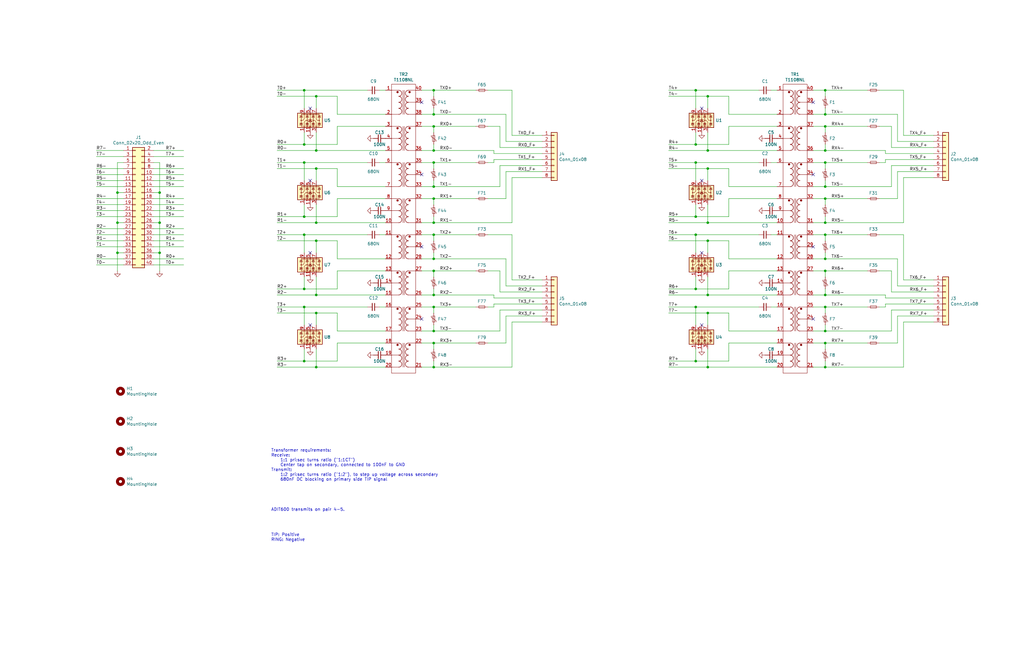
<source format=kicad_sch>
(kicad_sch (version 20210621) (generator eeschema)
  (paper "B")
  (title_block (title "Tedium X8 Phy") (date "2021-01-25") (rev "20210125") (company "ShareBrained Technology, Inc.") (comment 1 "Copyright (C) 2021 Jared Boone") (comment 2 "Licensed under CERN-OHL-P v2"))
  (junction (at 49.53 81.28) (diameter 0.9144))
  (junction (at 49.53 93.98) (diameter 0.9144))
  (junction (at 49.53 106.68) (diameter 0.9144))
  (junction (at 67.31 81.28) (diameter 0.9144))
  (junction (at 67.31 93.98) (diameter 0.9144))
  (junction (at 67.31 106.68) (diameter 0.9144))
  (junction (at 128.27 38.1) (diameter 0.9144))
  (junction (at 128.27 60.96) (diameter 0.9144))
  (junction (at 128.27 68.58) (diameter 0.9144))
  (junction (at 128.27 91.44) (diameter 0.9144))
  (junction (at 128.27 99.06) (diameter 0.9144))
  (junction (at 128.27 121.92) (diameter 0.9144))
  (junction (at 128.27 129.54) (diameter 0.9144))
  (junction (at 128.27 152.4) (diameter 0.9144))
  (junction (at 133.35 40.64) (diameter 0.9144))
  (junction (at 133.35 63.5) (diameter 0.9144))
  (junction (at 133.35 71.12) (diameter 0.9144))
  (junction (at 133.35 93.98) (diameter 0.9144))
  (junction (at 133.35 101.6) (diameter 0.9144))
  (junction (at 133.35 124.46) (diameter 0.9144))
  (junction (at 133.35 132.08) (diameter 0.9144))
  (junction (at 133.35 154.94) (diameter 0.9144))
  (junction (at 182.88 38.1) (diameter 0.9144))
  (junction (at 182.88 48.26) (diameter 0.9144))
  (junction (at 182.88 53.34) (diameter 0.9144))
  (junction (at 182.88 63.5) (diameter 0.9144))
  (junction (at 182.88 68.58) (diameter 0.9144))
  (junction (at 182.88 78.74) (diameter 0.9144))
  (junction (at 182.88 83.82) (diameter 0.9144))
  (junction (at 182.88 93.98) (diameter 0.9144))
  (junction (at 182.88 99.06) (diameter 0.9144))
  (junction (at 182.88 109.22) (diameter 0.9144))
  (junction (at 182.88 114.3) (diameter 0.9144))
  (junction (at 182.88 124.46) (diameter 0.9144))
  (junction (at 182.88 129.54) (diameter 0.9144))
  (junction (at 182.88 139.7) (diameter 0.9144))
  (junction (at 182.88 144.78) (diameter 0.9144))
  (junction (at 182.88 154.94) (diameter 0.9144))
  (junction (at 293.37 38.1) (diameter 0.9144))
  (junction (at 293.37 60.96) (diameter 0.9144))
  (junction (at 293.37 68.58) (diameter 0.9144))
  (junction (at 293.37 91.44) (diameter 0.9144))
  (junction (at 293.37 99.06) (diameter 0.9144))
  (junction (at 293.37 121.92) (diameter 0.9144))
  (junction (at 293.37 129.54) (diameter 0.9144))
  (junction (at 293.37 152.4) (diameter 0.9144))
  (junction (at 298.45 40.64) (diameter 0.9144))
  (junction (at 298.45 63.5) (diameter 0.9144))
  (junction (at 298.45 71.12) (diameter 0.9144))
  (junction (at 298.45 93.98) (diameter 0.9144))
  (junction (at 298.45 101.6) (diameter 0.9144))
  (junction (at 298.45 124.46) (diameter 0.9144))
  (junction (at 298.45 132.08) (diameter 0.9144))
  (junction (at 298.45 154.94) (diameter 0.9144))
  (junction (at 347.98 38.1) (diameter 0.9144))
  (junction (at 347.98 48.26) (diameter 0.9144))
  (junction (at 347.98 53.34) (diameter 0.9144))
  (junction (at 347.98 63.5) (diameter 0.9144))
  (junction (at 347.98 68.58) (diameter 0.9144))
  (junction (at 347.98 78.74) (diameter 0.9144))
  (junction (at 347.98 83.82) (diameter 0.9144))
  (junction (at 347.98 93.98) (diameter 0.9144))
  (junction (at 347.98 99.06) (diameter 0.9144))
  (junction (at 347.98 109.22) (diameter 0.9144))
  (junction (at 347.98 114.3) (diameter 0.9144))
  (junction (at 347.98 124.46) (diameter 0.9144))
  (junction (at 347.98 129.54) (diameter 0.9144))
  (junction (at 347.98 139.7) (diameter 0.9144))
  (junction (at 347.98 144.78) (diameter 0.9144))
  (junction (at 347.98 154.94) (diameter 0.9144))
  (no_connect (at 130.81 45.72))
  (no_connect (at 130.81 76.2))
  (no_connect (at 130.81 106.68))
  (no_connect (at 130.81 137.16))
  (no_connect (at 177.8 43.18))
  (no_connect (at 177.8 73.66))
  (no_connect (at 177.8 104.14))
  (no_connect (at 177.8 134.62))
  (no_connect (at 295.91 45.72))
  (no_connect (at 295.91 76.2))
  (no_connect (at 295.91 106.68))
  (no_connect (at 295.91 137.16))
  (no_connect (at 342.9 43.18))
  (no_connect (at 342.9 73.66))
  (no_connect (at 342.9 104.14))
  (no_connect (at 342.9 134.62))
  (wire (pts (xy 40.64 63.5) (xy 52.07 63.5)))
  (wire (pts (xy 40.64 66.04) (xy 52.07 66.04)))
  (wire (pts (xy 40.64 71.12) (xy 52.07 71.12)))
  (wire (pts (xy 40.64 73.66) (xy 52.07 73.66)))
  (wire (pts (xy 40.64 76.2) (xy 52.07 76.2)))
  (wire (pts (xy 40.64 78.74) (xy 52.07 78.74)))
  (wire (pts (xy 40.64 83.82) (xy 52.07 83.82)))
  (wire (pts (xy 40.64 86.36) (xy 52.07 86.36)))
  (wire (pts (xy 40.64 88.9) (xy 52.07 88.9)))
  (wire (pts (xy 40.64 91.44) (xy 52.07 91.44)))
  (wire (pts (xy 40.64 96.52) (xy 52.07 96.52)))
  (wire (pts (xy 40.64 99.06) (xy 52.07 99.06)))
  (wire (pts (xy 40.64 101.6) (xy 52.07 101.6)))
  (wire (pts (xy 40.64 104.14) (xy 52.07 104.14)))
  (wire (pts (xy 40.64 109.22) (xy 52.07 109.22)))
  (wire (pts (xy 40.64 111.76) (xy 52.07 111.76)))
  (wire (pts (xy 49.53 68.58) (xy 49.53 81.28)))
  (wire (pts (xy 49.53 68.58) (xy 52.07 68.58)))
  (wire (pts (xy 49.53 81.28) (xy 49.53 93.98)))
  (wire (pts (xy 49.53 81.28) (xy 52.07 81.28)))
  (wire (pts (xy 49.53 93.98) (xy 49.53 106.68)))
  (wire (pts (xy 49.53 93.98) (xy 52.07 93.98)))
  (wire (pts (xy 49.53 106.68) (xy 49.53 114.3)))
  (wire (pts (xy 49.53 106.68) (xy 52.07 106.68)))
  (wire (pts (xy 64.77 68.58) (xy 67.31 68.58)))
  (wire (pts (xy 64.77 106.68) (xy 67.31 106.68)))
  (wire (pts (xy 67.31 68.58) (xy 67.31 81.28)))
  (wire (pts (xy 67.31 81.28) (xy 64.77 81.28)))
  (wire (pts (xy 67.31 81.28) (xy 67.31 93.98)))
  (wire (pts (xy 67.31 93.98) (xy 64.77 93.98)))
  (wire (pts (xy 67.31 93.98) (xy 67.31 106.68)))
  (wire (pts (xy 67.31 106.68) (xy 67.31 114.3)))
  (wire (pts (xy 77.47 63.5) (xy 64.77 63.5)))
  (wire (pts (xy 77.47 66.04) (xy 64.77 66.04)))
  (wire (pts (xy 77.47 71.12) (xy 64.77 71.12)))
  (wire (pts (xy 77.47 73.66) (xy 64.77 73.66)))
  (wire (pts (xy 77.47 76.2) (xy 64.77 76.2)))
  (wire (pts (xy 77.47 78.74) (xy 64.77 78.74)))
  (wire (pts (xy 77.47 83.82) (xy 64.77 83.82)))
  (wire (pts (xy 77.47 86.36) (xy 64.77 86.36)))
  (wire (pts (xy 77.47 88.9) (xy 64.77 88.9)))
  (wire (pts (xy 77.47 91.44) (xy 64.77 91.44)))
  (wire (pts (xy 77.47 96.52) (xy 64.77 96.52)))
  (wire (pts (xy 77.47 99.06) (xy 64.77 99.06)))
  (wire (pts (xy 77.47 101.6) (xy 64.77 101.6)))
  (wire (pts (xy 77.47 104.14) (xy 64.77 104.14)))
  (wire (pts (xy 77.47 109.22) (xy 64.77 109.22)))
  (wire (pts (xy 77.47 111.76) (xy 64.77 111.76)))
  (wire (pts (xy 116.84 38.1) (xy 128.27 38.1)))
  (wire (pts (xy 116.84 40.64) (xy 133.35 40.64)))
  (wire (pts (xy 116.84 60.96) (xy 128.27 60.96)))
  (wire (pts (xy 116.84 63.5) (xy 133.35 63.5)))
  (wire (pts (xy 116.84 68.58) (xy 128.27 68.58)))
  (wire (pts (xy 116.84 71.12) (xy 133.35 71.12)))
  (wire (pts (xy 116.84 91.44) (xy 128.27 91.44)))
  (wire (pts (xy 116.84 93.98) (xy 133.35 93.98)))
  (wire (pts (xy 116.84 99.06) (xy 128.27 99.06)))
  (wire (pts (xy 116.84 101.6) (xy 133.35 101.6)))
  (wire (pts (xy 116.84 121.92) (xy 128.27 121.92)))
  (wire (pts (xy 116.84 124.46) (xy 133.35 124.46)))
  (wire (pts (xy 116.84 129.54) (xy 128.27 129.54)))
  (wire (pts (xy 116.84 132.08) (xy 133.35 132.08)))
  (wire (pts (xy 116.84 152.4) (xy 128.27 152.4)))
  (wire (pts (xy 116.84 154.94) (xy 133.35 154.94)))
  (wire (pts (xy 128.27 38.1) (xy 128.27 45.72)))
  (wire (pts (xy 128.27 38.1) (xy 154.94 38.1)))
  (wire (pts (xy 128.27 60.96) (xy 128.27 55.88)))
  (wire (pts (xy 128.27 60.96) (xy 142.24 60.96)))
  (wire (pts (xy 128.27 68.58) (xy 128.27 76.2)))
  (wire (pts (xy 128.27 68.58) (xy 154.94 68.58)))
  (wire (pts (xy 128.27 91.44) (xy 128.27 86.36)))
  (wire (pts (xy 128.27 91.44) (xy 142.24 91.44)))
  (wire (pts (xy 128.27 99.06) (xy 128.27 106.68)))
  (wire (pts (xy 128.27 99.06) (xy 154.94 99.06)))
  (wire (pts (xy 128.27 121.92) (xy 128.27 116.84)))
  (wire (pts (xy 128.27 121.92) (xy 142.24 121.92)))
  (wire (pts (xy 128.27 129.54) (xy 128.27 137.16)))
  (wire (pts (xy 128.27 129.54) (xy 154.94 129.54)))
  (wire (pts (xy 128.27 152.4) (xy 128.27 147.32)))
  (wire (pts (xy 128.27 152.4) (xy 142.24 152.4)))
  (wire (pts (xy 133.35 40.64) (xy 133.35 45.72)))
  (wire (pts (xy 133.35 40.64) (xy 142.24 40.64)))
  (wire (pts (xy 133.35 63.5) (xy 133.35 55.88)))
  (wire (pts (xy 133.35 63.5) (xy 162.56 63.5)))
  (wire (pts (xy 133.35 71.12) (xy 133.35 76.2)))
  (wire (pts (xy 133.35 71.12) (xy 142.24 71.12)))
  (wire (pts (xy 133.35 93.98) (xy 133.35 86.36)))
  (wire (pts (xy 133.35 93.98) (xy 162.56 93.98)))
  (wire (pts (xy 133.35 101.6) (xy 133.35 106.68)))
  (wire (pts (xy 133.35 101.6) (xy 142.24 101.6)))
  (wire (pts (xy 133.35 124.46) (xy 133.35 116.84)))
  (wire (pts (xy 133.35 124.46) (xy 162.56 124.46)))
  (wire (pts (xy 133.35 132.08) (xy 133.35 137.16)))
  (wire (pts (xy 133.35 132.08) (xy 142.24 132.08)))
  (wire (pts (xy 133.35 154.94) (xy 133.35 147.32)))
  (wire (pts (xy 133.35 154.94) (xy 162.56 154.94)))
  (wire (pts (xy 142.24 48.26) (xy 142.24 40.64)))
  (wire (pts (xy 142.24 48.26) (xy 162.56 48.26)))
  (wire (pts (xy 142.24 53.34) (xy 142.24 60.96)))
  (wire (pts (xy 142.24 53.34) (xy 162.56 53.34)))
  (wire (pts (xy 142.24 71.12) (xy 142.24 78.74)))
  (wire (pts (xy 142.24 78.74) (xy 162.56 78.74)))
  (wire (pts (xy 142.24 83.82) (xy 162.56 83.82)))
  (wire (pts (xy 142.24 91.44) (xy 142.24 83.82)))
  (wire (pts (xy 142.24 101.6) (xy 142.24 109.22)))
  (wire (pts (xy 142.24 109.22) (xy 162.56 109.22)))
  (wire (pts (xy 142.24 114.3) (xy 162.56 114.3)))
  (wire (pts (xy 142.24 121.92) (xy 142.24 114.3)))
  (wire (pts (xy 142.24 132.08) (xy 142.24 139.7)))
  (wire (pts (xy 142.24 139.7) (xy 162.56 139.7)))
  (wire (pts (xy 142.24 144.78) (xy 162.56 144.78)))
  (wire (pts (xy 142.24 152.4) (xy 142.24 144.78)))
  (wire (pts (xy 160.02 38.1) (xy 162.56 38.1)))
  (wire (pts (xy 160.02 68.58) (xy 162.56 68.58)))
  (wire (pts (xy 160.02 99.06) (xy 162.56 99.06)))
  (wire (pts (xy 160.02 129.54) (xy 162.56 129.54)))
  (wire (pts (xy 177.8 38.1) (xy 182.88 38.1)))
  (wire (pts (xy 177.8 48.26) (xy 182.88 48.26)))
  (wire (pts (xy 177.8 53.34) (xy 182.88 53.34)))
  (wire (pts (xy 177.8 63.5) (xy 182.88 63.5)))
  (wire (pts (xy 177.8 68.58) (xy 182.88 68.58)))
  (wire (pts (xy 177.8 78.74) (xy 182.88 78.74)))
  (wire (pts (xy 177.8 83.82) (xy 182.88 83.82)))
  (wire (pts (xy 177.8 93.98) (xy 182.88 93.98)))
  (wire (pts (xy 177.8 99.06) (xy 182.88 99.06)))
  (wire (pts (xy 177.8 114.3) (xy 182.88 114.3)))
  (wire (pts (xy 177.8 129.54) (xy 182.88 129.54)))
  (wire (pts (xy 177.8 144.78) (xy 182.88 144.78)))
  (wire (pts (xy 182.88 38.1) (xy 182.88 40.64)))
  (wire (pts (xy 182.88 38.1) (xy 200.66 38.1)))
  (wire (pts (xy 182.88 45.72) (xy 182.88 48.26)))
  (wire (pts (xy 182.88 48.26) (xy 213.36 48.26)))
  (wire (pts (xy 182.88 53.34) (xy 182.88 55.88)))
  (wire (pts (xy 182.88 53.34) (xy 200.66 53.34)))
  (wire (pts (xy 182.88 60.96) (xy 182.88 63.5)))
  (wire (pts (xy 182.88 63.5) (xy 208.28 63.5)))
  (wire (pts (xy 182.88 68.58) (xy 182.88 71.12)))
  (wire (pts (xy 182.88 68.58) (xy 200.66 68.58)))
  (wire (pts (xy 182.88 76.2) (xy 182.88 78.74)))
  (wire (pts (xy 182.88 78.74) (xy 210.82 78.74)))
  (wire (pts (xy 182.88 83.82) (xy 182.88 86.36)))
  (wire (pts (xy 182.88 83.82) (xy 200.66 83.82)))
  (wire (pts (xy 182.88 91.44) (xy 182.88 93.98)))
  (wire (pts (xy 182.88 93.98) (xy 215.9 93.98)))
  (wire (pts (xy 182.88 99.06) (xy 182.88 101.6)))
  (wire (pts (xy 182.88 99.06) (xy 200.66 99.06)))
  (wire (pts (xy 182.88 106.68) (xy 182.88 109.22)))
  (wire (pts (xy 182.88 109.22) (xy 177.8 109.22)))
  (wire (pts (xy 182.88 109.22) (xy 213.36 109.22)))
  (wire (pts (xy 182.88 114.3) (xy 182.88 116.84)))
  (wire (pts (xy 182.88 114.3) (xy 200.66 114.3)))
  (wire (pts (xy 182.88 121.92) (xy 182.88 124.46)))
  (wire (pts (xy 182.88 124.46) (xy 177.8 124.46)))
  (wire (pts (xy 182.88 124.46) (xy 208.28 124.46)))
  (wire (pts (xy 182.88 129.54) (xy 182.88 132.08)))
  (wire (pts (xy 182.88 129.54) (xy 200.66 129.54)))
  (wire (pts (xy 182.88 137.16) (xy 182.88 139.7)))
  (wire (pts (xy 182.88 139.7) (xy 177.8 139.7)))
  (wire (pts (xy 182.88 139.7) (xy 210.82 139.7)))
  (wire (pts (xy 182.88 144.78) (xy 182.88 147.32)))
  (wire (pts (xy 182.88 144.78) (xy 200.66 144.78)))
  (wire (pts (xy 182.88 152.4) (xy 182.88 154.94)))
  (wire (pts (xy 182.88 154.94) (xy 177.8 154.94)))
  (wire (pts (xy 182.88 154.94) (xy 215.9 154.94)))
  (wire (pts (xy 205.74 38.1) (xy 215.9 38.1)))
  (wire (pts (xy 205.74 53.34) (xy 210.82 53.34)))
  (wire (pts (xy 205.74 68.58) (xy 208.28 68.58)))
  (wire (pts (xy 205.74 83.82) (xy 213.36 83.82)))
  (wire (pts (xy 205.74 99.06) (xy 215.9 99.06)))
  (wire (pts (xy 205.74 114.3) (xy 210.82 114.3)))
  (wire (pts (xy 205.74 129.54) (xy 208.28 129.54)))
  (wire (pts (xy 205.74 144.78) (xy 213.36 144.78)))
  (wire (pts (xy 208.28 64.77) (xy 208.28 63.5)))
  (wire (pts (xy 208.28 64.77) (xy 228.6 64.77)))
  (wire (pts (xy 208.28 67.31) (xy 208.28 68.58)))
  (wire (pts (xy 208.28 67.31) (xy 228.6 67.31)))
  (wire (pts (xy 208.28 125.73) (xy 208.28 124.46)))
  (wire (pts (xy 208.28 125.73) (xy 228.6 125.73)))
  (wire (pts (xy 208.28 128.27) (xy 208.28 129.54)))
  (wire (pts (xy 208.28 128.27) (xy 228.6 128.27)))
  (wire (pts (xy 210.82 53.34) (xy 210.82 62.23)))
  (wire (pts (xy 210.82 62.23) (xy 228.6 62.23)))
  (wire (pts (xy 210.82 69.85) (xy 228.6 69.85)))
  (wire (pts (xy 210.82 78.74) (xy 210.82 69.85)))
  (wire (pts (xy 210.82 114.3) (xy 210.82 123.19)))
  (wire (pts (xy 210.82 123.19) (xy 228.6 123.19)))
  (wire (pts (xy 210.82 130.81) (xy 228.6 130.81)))
  (wire (pts (xy 210.82 139.7) (xy 210.82 130.81)))
  (wire (pts (xy 213.36 48.26) (xy 213.36 59.69)))
  (wire (pts (xy 213.36 59.69) (xy 228.6 59.69)))
  (wire (pts (xy 213.36 72.39) (xy 213.36 83.82)))
  (wire (pts (xy 213.36 72.39) (xy 228.6 72.39)))
  (wire (pts (xy 213.36 109.22) (xy 213.36 120.65)))
  (wire (pts (xy 213.36 120.65) (xy 228.6 120.65)))
  (wire (pts (xy 213.36 133.35) (xy 213.36 144.78)))
  (wire (pts (xy 213.36 133.35) (xy 228.6 133.35)))
  (wire (pts (xy 215.9 38.1) (xy 215.9 57.15)))
  (wire (pts (xy 215.9 57.15) (xy 228.6 57.15)))
  (wire (pts (xy 215.9 74.93) (xy 228.6 74.93)))
  (wire (pts (xy 215.9 93.98) (xy 215.9 74.93)))
  (wire (pts (xy 215.9 99.06) (xy 215.9 118.11)))
  (wire (pts (xy 215.9 118.11) (xy 228.6 118.11)))
  (wire (pts (xy 215.9 135.89) (xy 228.6 135.89)))
  (wire (pts (xy 215.9 154.94) (xy 215.9 135.89)))
  (wire (pts (xy 281.94 38.1) (xy 293.37 38.1)))
  (wire (pts (xy 281.94 40.64) (xy 298.45 40.64)))
  (wire (pts (xy 281.94 60.96) (xy 293.37 60.96)))
  (wire (pts (xy 281.94 63.5) (xy 298.45 63.5)))
  (wire (pts (xy 281.94 68.58) (xy 293.37 68.58)))
  (wire (pts (xy 281.94 71.12) (xy 298.45 71.12)))
  (wire (pts (xy 281.94 91.44) (xy 293.37 91.44)))
  (wire (pts (xy 281.94 93.98) (xy 298.45 93.98)))
  (wire (pts (xy 281.94 99.06) (xy 293.37 99.06)))
  (wire (pts (xy 281.94 101.6) (xy 298.45 101.6)))
  (wire (pts (xy 281.94 121.92) (xy 293.37 121.92)))
  (wire (pts (xy 281.94 124.46) (xy 298.45 124.46)))
  (wire (pts (xy 281.94 129.54) (xy 293.37 129.54)))
  (wire (pts (xy 281.94 132.08) (xy 298.45 132.08)))
  (wire (pts (xy 281.94 152.4) (xy 293.37 152.4)))
  (wire (pts (xy 281.94 154.94) (xy 298.45 154.94)))
  (wire (pts (xy 293.37 38.1) (xy 293.37 45.72)))
  (wire (pts (xy 293.37 38.1) (xy 320.04 38.1)))
  (wire (pts (xy 293.37 55.88) (xy 293.37 60.96)))
  (wire (pts (xy 293.37 60.96) (xy 307.34 60.96)))
  (wire (pts (xy 293.37 68.58) (xy 293.37 76.2)))
  (wire (pts (xy 293.37 68.58) (xy 320.04 68.58)))
  (wire (pts (xy 293.37 86.36) (xy 293.37 91.44)))
  (wire (pts (xy 293.37 91.44) (xy 307.34 91.44)))
  (wire (pts (xy 293.37 99.06) (xy 293.37 106.68)))
  (wire (pts (xy 293.37 99.06) (xy 320.04 99.06)))
  (wire (pts (xy 293.37 116.84) (xy 293.37 121.92)))
  (wire (pts (xy 293.37 121.92) (xy 307.34 121.92)))
  (wire (pts (xy 293.37 129.54) (xy 293.37 137.16)))
  (wire (pts (xy 293.37 129.54) (xy 320.04 129.54)))
  (wire (pts (xy 293.37 147.32) (xy 293.37 152.4)))
  (wire (pts (xy 293.37 152.4) (xy 307.34 152.4)))
  (wire (pts (xy 298.45 40.64) (xy 298.45 45.72)))
  (wire (pts (xy 298.45 40.64) (xy 307.34 40.64)))
  (wire (pts (xy 298.45 55.88) (xy 298.45 63.5)))
  (wire (pts (xy 298.45 63.5) (xy 327.66 63.5)))
  (wire (pts (xy 298.45 71.12) (xy 298.45 76.2)))
  (wire (pts (xy 298.45 71.12) (xy 307.34 71.12)))
  (wire (pts (xy 298.45 86.36) (xy 298.45 93.98)))
  (wire (pts (xy 298.45 93.98) (xy 327.66 93.98)))
  (wire (pts (xy 298.45 101.6) (xy 298.45 106.68)))
  (wire (pts (xy 298.45 101.6) (xy 307.34 101.6)))
  (wire (pts (xy 298.45 116.84) (xy 298.45 124.46)))
  (wire (pts (xy 298.45 124.46) (xy 327.66 124.46)))
  (wire (pts (xy 298.45 132.08) (xy 298.45 137.16)))
  (wire (pts (xy 298.45 132.08) (xy 307.34 132.08)))
  (wire (pts (xy 298.45 147.32) (xy 298.45 154.94)))
  (wire (pts (xy 298.45 154.94) (xy 327.66 154.94)))
  (wire (pts (xy 307.34 48.26) (xy 307.34 40.64)))
  (wire (pts (xy 307.34 48.26) (xy 327.66 48.26)))
  (wire (pts (xy 307.34 53.34) (xy 307.34 60.96)))
  (wire (pts (xy 307.34 53.34) (xy 327.66 53.34)))
  (wire (pts (xy 307.34 71.12) (xy 307.34 78.74)))
  (wire (pts (xy 307.34 78.74) (xy 327.66 78.74)))
  (wire (pts (xy 307.34 83.82) (xy 327.66 83.82)))
  (wire (pts (xy 307.34 91.44) (xy 307.34 83.82)))
  (wire (pts (xy 307.34 101.6) (xy 307.34 109.22)))
  (wire (pts (xy 307.34 109.22) (xy 327.66 109.22)))
  (wire (pts (xy 307.34 114.3) (xy 327.66 114.3)))
  (wire (pts (xy 307.34 121.92) (xy 307.34 114.3)))
  (wire (pts (xy 307.34 132.08) (xy 307.34 139.7)))
  (wire (pts (xy 307.34 139.7) (xy 327.66 139.7)))
  (wire (pts (xy 307.34 144.78) (xy 327.66 144.78)))
  (wire (pts (xy 307.34 152.4) (xy 307.34 144.78)))
  (wire (pts (xy 325.12 38.1) (xy 327.66 38.1)))
  (wire (pts (xy 325.12 68.58) (xy 327.66 68.58)))
  (wire (pts (xy 325.12 99.06) (xy 327.66 99.06)))
  (wire (pts (xy 325.12 129.54) (xy 327.66 129.54)))
  (wire (pts (xy 342.9 38.1) (xy 347.98 38.1)))
  (wire (pts (xy 342.9 48.26) (xy 347.98 48.26)))
  (wire (pts (xy 342.9 53.34) (xy 347.98 53.34)))
  (wire (pts (xy 342.9 63.5) (xy 347.98 63.5)))
  (wire (pts (xy 342.9 68.58) (xy 347.98 68.58)))
  (wire (pts (xy 342.9 78.74) (xy 347.98 78.74)))
  (wire (pts (xy 342.9 83.82) (xy 347.98 83.82)))
  (wire (pts (xy 342.9 93.98) (xy 347.98 93.98)))
  (wire (pts (xy 342.9 99.06) (xy 347.98 99.06)))
  (wire (pts (xy 342.9 114.3) (xy 347.98 114.3)))
  (wire (pts (xy 342.9 129.54) (xy 347.98 129.54)))
  (wire (pts (xy 342.9 144.78) (xy 347.98 144.78)))
  (wire (pts (xy 347.98 38.1) (xy 347.98 40.64)))
  (wire (pts (xy 347.98 38.1) (xy 365.76 38.1)))
  (wire (pts (xy 347.98 45.72) (xy 347.98 48.26)))
  (wire (pts (xy 347.98 48.26) (xy 378.46 48.26)))
  (wire (pts (xy 347.98 53.34) (xy 347.98 55.88)))
  (wire (pts (xy 347.98 53.34) (xy 365.76 53.34)))
  (wire (pts (xy 347.98 60.96) (xy 347.98 63.5)))
  (wire (pts (xy 347.98 63.5) (xy 373.38 63.5)))
  (wire (pts (xy 347.98 68.58) (xy 347.98 71.12)))
  (wire (pts (xy 347.98 68.58) (xy 365.76 68.58)))
  (wire (pts (xy 347.98 76.2) (xy 347.98 78.74)))
  (wire (pts (xy 347.98 78.74) (xy 375.92 78.74)))
  (wire (pts (xy 347.98 83.82) (xy 347.98 86.36)))
  (wire (pts (xy 347.98 83.82) (xy 365.76 83.82)))
  (wire (pts (xy 347.98 91.44) (xy 347.98 93.98)))
  (wire (pts (xy 347.98 93.98) (xy 381 93.98)))
  (wire (pts (xy 347.98 99.06) (xy 347.98 101.6)))
  (wire (pts (xy 347.98 99.06) (xy 365.76 99.06)))
  (wire (pts (xy 347.98 106.68) (xy 347.98 109.22)))
  (wire (pts (xy 347.98 109.22) (xy 342.9 109.22)))
  (wire (pts (xy 347.98 109.22) (xy 378.46 109.22)))
  (wire (pts (xy 347.98 114.3) (xy 347.98 116.84)))
  (wire (pts (xy 347.98 114.3) (xy 365.76 114.3)))
  (wire (pts (xy 347.98 121.92) (xy 347.98 124.46)))
  (wire (pts (xy 347.98 124.46) (xy 342.9 124.46)))
  (wire (pts (xy 347.98 124.46) (xy 373.38 124.46)))
  (wire (pts (xy 347.98 129.54) (xy 347.98 132.08)))
  (wire (pts (xy 347.98 129.54) (xy 365.76 129.54)))
  (wire (pts (xy 347.98 137.16) (xy 347.98 139.7)))
  (wire (pts (xy 347.98 139.7) (xy 342.9 139.7)))
  (wire (pts (xy 347.98 139.7) (xy 375.92 139.7)))
  (wire (pts (xy 347.98 144.78) (xy 347.98 147.32)))
  (wire (pts (xy 347.98 144.78) (xy 365.76 144.78)))
  (wire (pts (xy 347.98 152.4) (xy 347.98 154.94)))
  (wire (pts (xy 347.98 154.94) (xy 342.9 154.94)))
  (wire (pts (xy 347.98 154.94) (xy 381 154.94)))
  (wire (pts (xy 370.84 38.1) (xy 381 38.1)))
  (wire (pts (xy 370.84 53.34) (xy 375.92 53.34)))
  (wire (pts (xy 370.84 68.58) (xy 373.38 68.58)))
  (wire (pts (xy 370.84 83.82) (xy 378.46 83.82)))
  (wire (pts (xy 370.84 99.06) (xy 381 99.06)))
  (wire (pts (xy 370.84 114.3) (xy 375.92 114.3)))
  (wire (pts (xy 370.84 129.54) (xy 373.38 129.54)))
  (wire (pts (xy 370.84 144.78) (xy 378.46 144.78)))
  (wire (pts (xy 373.38 64.77) (xy 373.38 63.5)))
  (wire (pts (xy 373.38 64.77) (xy 393.7 64.77)))
  (wire (pts (xy 373.38 67.31) (xy 373.38 68.58)))
  (wire (pts (xy 373.38 67.31) (xy 393.7 67.31)))
  (wire (pts (xy 373.38 125.73) (xy 373.38 124.46)))
  (wire (pts (xy 373.38 125.73) (xy 393.7 125.73)))
  (wire (pts (xy 373.38 128.27) (xy 373.38 129.54)))
  (wire (pts (xy 373.38 128.27) (xy 393.7 128.27)))
  (wire (pts (xy 375.92 53.34) (xy 375.92 62.23)))
  (wire (pts (xy 375.92 62.23) (xy 393.7 62.23)))
  (wire (pts (xy 375.92 69.85) (xy 393.7 69.85)))
  (wire (pts (xy 375.92 78.74) (xy 375.92 69.85)))
  (wire (pts (xy 375.92 114.3) (xy 375.92 123.19)))
  (wire (pts (xy 375.92 123.19) (xy 393.7 123.19)))
  (wire (pts (xy 375.92 130.81) (xy 393.7 130.81)))
  (wire (pts (xy 375.92 139.7) (xy 375.92 130.81)))
  (wire (pts (xy 378.46 48.26) (xy 378.46 59.69)))
  (wire (pts (xy 378.46 59.69) (xy 393.7 59.69)))
  (wire (pts (xy 378.46 72.39) (xy 393.7 72.39)))
  (wire (pts (xy 378.46 83.82) (xy 378.46 72.39)))
  (wire (pts (xy 378.46 109.22) (xy 378.46 120.65)))
  (wire (pts (xy 378.46 120.65) (xy 393.7 120.65)))
  (wire (pts (xy 378.46 133.35) (xy 393.7 133.35)))
  (wire (pts (xy 378.46 144.78) (xy 378.46 133.35)))
  (wire (pts (xy 381 38.1) (xy 381 57.15)))
  (wire (pts (xy 381 57.15) (xy 393.7 57.15)))
  (wire (pts (xy 381 74.93) (xy 393.7 74.93)))
  (wire (pts (xy 381 93.98) (xy 381 74.93)))
  (wire (pts (xy 381 99.06) (xy 381 118.11)))
  (wire (pts (xy 381 118.11) (xy 393.7 118.11)))
  (wire (pts (xy 381 135.89) (xy 393.7 135.89)))
  (wire (pts (xy 381 154.94) (xy 381 135.89)))
  (text "Transformer requirements:\nReceive:\n    1:1 pri:sec turns ratio (\"1:1CT\")\n    Center tap on secondary, connected to 100nF to GND\nTransmit:\n    1:2 pri:sec turns ratio (\"1:2\"), to step up voltage across secondary\n    680nF DC blocking on primary side TIP signal" (at 114.3 203.2 0) (effects (font (size 1.27 1.27)) (justify left bottom)))
  (text "ADIT600 transmits on pair 4-5." (at 114.3 215.9 0) (effects (font (size 1.27 1.27)) (justify left bottom)))
  (text "TIP: Positive\nRING: Negative" (at 114.3 228.6 0) (effects (font (size 1.27 1.27)) (justify left bottom)))
  (label "R7-" (at 40.64 63.5 0))
  (label "T7-" (at 40.64 66.04 0))
  (label "R6-" (at 40.64 71.12 0))
  (label "T6-" (at 40.64 73.66 0))
  (label "R5-" (at 40.64 76.2 0))
  (label "T5-" (at 40.64 78.74 0))
  (label "R4-" (at 40.64 83.82 0))
  (label "T4-" (at 40.64 86.36 0))
  (label "R3-" (at 40.64 88.9 0))
  (label "T3-" (at 40.64 91.44 0))
  (label "R2-" (at 40.64 96.52 0))
  (label "T2-" (at 40.64 99.06 0))
  (label "R1-" (at 40.64 101.6 0))
  (label "T1-" (at 40.64 104.14 0))
  (label "R0-" (at 40.64 109.22 0))
  (label "T0-" (at 40.64 111.76 0))
  (label "R7+" (at 69.85 63.5 0))
  (label "T7+" (at 69.85 66.04 0))
  (label "R6+" (at 69.85 71.12 0))
  (label "T6+" (at 69.85 73.66 0))
  (label "R5+" (at 69.85 76.2 0))
  (label "T5+" (at 69.85 78.74 0))
  (label "R4+" (at 69.85 83.82 0))
  (label "T4+" (at 69.85 86.36 0))
  (label "R3+" (at 69.85 88.9 0))
  (label "T3+" (at 69.85 91.44 0))
  (label "R2+" (at 69.85 96.52 0))
  (label "T2+" (at 69.85 99.06 0))
  (label "R1+" (at 69.85 101.6 0))
  (label "T1+" (at 69.85 104.14 0))
  (label "R0+" (at 69.85 109.22 0))
  (label "T0+" (at 69.85 111.76 0))
  (label "T0+" (at 116.84 38.1 0))
  (label "T0-" (at 116.84 40.64 0))
  (label "R0+" (at 116.84 60.96 0))
  (label "R0-" (at 116.84 63.5 0))
  (label "T1+" (at 116.84 68.58 0))
  (label "T1-" (at 116.84 71.12 0))
  (label "R1+" (at 116.84 91.44 0))
  (label "R1-" (at 116.84 93.98 0))
  (label "T2+" (at 116.84 99.06 0))
  (label "T2-" (at 116.84 101.6 0))
  (label "R2+" (at 116.84 121.92 0))
  (label "R2-" (at 116.84 124.46 0))
  (label "T3+" (at 116.84 129.54 0))
  (label "T3-" (at 116.84 132.08 0))
  (label "R3+" (at 116.84 152.4 0))
  (label "R3-" (at 116.84 154.94 0))
  (label "TX0+" (at 185.42 38.1 0))
  (label "TX0-" (at 185.42 48.26 0))
  (label "RX0+" (at 185.42 53.34 0))
  (label "RX0-" (at 185.42 63.5 0))
  (label "TX1+" (at 185.42 68.58 0))
  (label "TX1-" (at 185.42 78.74 0))
  (label "RX1+" (at 185.42 83.82 0))
  (label "RX1-" (at 185.42 93.98 0))
  (label "TX2+" (at 185.42 99.06 0))
  (label "TX2-" (at 185.42 109.22 0))
  (label "RX2+" (at 185.42 114.3 0))
  (label "RX2-" (at 185.42 124.46 0))
  (label "TX3+" (at 185.42 129.54 0))
  (label "TX3-" (at 185.42 139.7 0))
  (label "RX3+" (at 185.42 144.78 0))
  (label "RX3-" (at 185.42 154.94 0))
  (label "TX0_F+" (at 218.44 57.15 0))
  (label "RX0_F+" (at 218.44 62.23 0))
  (label "TX1_F+" (at 218.44 67.31 0))
  (label "RX1_F+" (at 218.44 72.39 0))
  (label "TX2_F+" (at 218.44 118.11 0))
  (label "RX2_F+" (at 218.44 123.19 0))
  (label "TX3_F+" (at 218.44 128.27 0))
  (label "RX3_F+" (at 218.44 133.35 0))
  (label "T4+" (at 281.94 38.1 0))
  (label "T4-" (at 281.94 40.64 0))
  (label "R4+" (at 281.94 60.96 0))
  (label "R4-" (at 281.94 63.5 0))
  (label "T5+" (at 281.94 68.58 0))
  (label "T5-" (at 281.94 71.12 0))
  (label "R5+" (at 281.94 91.44 0))
  (label "R5-" (at 281.94 93.98 0))
  (label "T6+" (at 281.94 99.06 0))
  (label "T6-" (at 281.94 101.6 0))
  (label "R6+" (at 281.94 121.92 0))
  (label "R6-" (at 281.94 124.46 0))
  (label "T7+" (at 281.94 129.54 0))
  (label "T7-" (at 281.94 132.08 0))
  (label "R7+" (at 281.94 152.4 0))
  (label "R7-" (at 281.94 154.94 0))
  (label "TX4+" (at 350.52 38.1 0))
  (label "TX4-" (at 350.52 48.26 0))
  (label "RX4+" (at 350.52 53.34 0))
  (label "RX4-" (at 350.52 63.5 0))
  (label "TX5+" (at 350.52 68.58 0))
  (label "TX5-" (at 350.52 78.74 0))
  (label "RX5+" (at 350.52 83.82 0))
  (label "RX5-" (at 350.52 93.98 0))
  (label "TX6+" (at 350.52 99.06 0))
  (label "TX6-" (at 350.52 109.22 0))
  (label "RX6+" (at 350.52 114.3 0))
  (label "RX6-" (at 350.52 124.46 0))
  (label "TX7+" (at 350.52 129.54 0))
  (label "TX7-" (at 350.52 139.7 0))
  (label "RX7+" (at 350.52 144.78 0))
  (label "RX7-" (at 350.52 154.94 0))
  (label "TX4_F+" (at 383.54 57.15 0))
  (label "RX4_F+" (at 383.54 62.23 0))
  (label "TX5_F+" (at 383.54 67.31 0))
  (label "RX5_F+" (at 383.54 72.39 0))
  (label "TX6_F+" (at 383.54 118.11 0))
  (label "RX6_F+" (at 383.54 123.19 0))
  (label "TX7_F+" (at 383.54 128.27 0))
  (label "RX7_F+" (at 383.54 133.35 0))
  (symbol (lib_id "Device:Fuse_Small") (at 203.2 38.1 0) (unit 1)
    (property "Reference" "F65" (at 203.2 35.7378 0))
    (property "Value" "Fuse_Small" (effects hide))
    (property "Footprint" "littelfuse:461" (effects hide))
    (property "Datasheet" "https://www.littelfuse.com/~/media/electronics/datasheets/fuses/littelfuse_fuse_461_datasheet.pdf.pdf" (effects hide))
    (property "Mfr" "Littelfuse" (effects hide))
    (property "Part" "04611.25ER" (effects hide))
  )
  (symbol (lib_id "Device:Fuse_Small") (at 203.2 53.34 0) (unit 1)
    (property "Reference" "F67" (at 203.2 50.9778 0))
    (property "Value" "Fuse_Small" (effects hide))
    (property "Footprint" "littelfuse:461" (effects hide))
    (property "Datasheet" "https://www.littelfuse.com/~/media/electronics/datasheets/fuses/littelfuse_fuse_461_datasheet.pdf.pdf" (effects hide))
    (property "Mfr" "Littelfuse" (effects hide))
    (property "Part" "04611.25ER" (effects hide))
  )
  (symbol (lib_id "Device:Fuse_Small") (at 203.2 68.58 0) (unit 1)
    (property "Reference" "F69" (at 203.2 66.2178 0))
    (property "Value" "Fuse_Small" (effects hide))
    (property "Footprint" "littelfuse:461" (effects hide))
    (property "Datasheet" "https://www.littelfuse.com/~/media/electronics/datasheets/fuses/littelfuse_fuse_461_datasheet.pdf.pdf" (effects hide))
    (property "Mfr" "Littelfuse" (effects hide))
    (property "Part" "04611.25ER" (effects hide))
  )
  (symbol (lib_id "Device:Fuse_Small") (at 203.2 83.82 0) (unit 1)
    (property "Reference" "F71" (at 203.2 81.4578 0))
    (property "Value" "Fuse_Small" (effects hide))
    (property "Footprint" "littelfuse:461" (effects hide))
    (property "Datasheet" "https://www.littelfuse.com/~/media/electronics/datasheets/fuses/littelfuse_fuse_461_datasheet.pdf.pdf" (effects hide))
    (property "Mfr" "Littelfuse" (effects hide))
    (property "Part" "04611.25ER" (effects hide))
  )
  (symbol (lib_id "Device:Fuse_Small") (at 203.2 99.06 0) (unit 1)
    (property "Reference" "F73" (at 203.2 96.6978 0))
    (property "Value" "Fuse_Small" (effects hide))
    (property "Footprint" "littelfuse:461" (effects hide))
    (property "Datasheet" "https://www.littelfuse.com/~/media/electronics/datasheets/fuses/littelfuse_fuse_461_datasheet.pdf.pdf" (effects hide))
    (property "Mfr" "Littelfuse" (effects hide))
    (property "Part" "04611.25ER" (effects hide))
  )
  (symbol (lib_id "Device:Fuse_Small") (at 203.2 114.3 0) (unit 1)
    (property "Reference" "F75" (at 203.2 111.9378 0))
    (property "Value" "Fuse_Small" (effects hide))
    (property "Footprint" "littelfuse:461" (effects hide))
    (property "Datasheet" "https://www.littelfuse.com/~/media/electronics/datasheets/fuses/littelfuse_fuse_461_datasheet.pdf.pdf" (effects hide))
    (property "Mfr" "Littelfuse" (effects hide))
    (property "Part" "04611.25ER" (effects hide))
  )
  (symbol (lib_id "Device:Fuse_Small") (at 203.2 129.54 0) (unit 1)
    (property "Reference" "F77" (at 203.2 127.1778 0))
    (property "Value" "Fuse_Small" (effects hide))
    (property "Footprint" "littelfuse:461" (effects hide))
    (property "Datasheet" "https://www.littelfuse.com/~/media/electronics/datasheets/fuses/littelfuse_fuse_461_datasheet.pdf.pdf" (effects hide))
    (property "Mfr" "Littelfuse" (effects hide))
    (property "Part" "04611.25ER" (effects hide))
  )
  (symbol (lib_id "Device:Fuse_Small") (at 203.2 144.78 0) (unit 1)
    (property "Reference" "F79" (at 203.2 142.4178 0))
    (property "Value" "Fuse_Small" (effects hide))
    (property "Footprint" "littelfuse:461" (effects hide))
    (property "Datasheet" "https://www.littelfuse.com/~/media/electronics/datasheets/fuses/littelfuse_fuse_461_datasheet.pdf.pdf" (effects hide))
    (property "Mfr" "Littelfuse" (effects hide))
    (property "Part" "04611.25ER" (effects hide))
  )
  (symbol (lib_id "Device:Fuse_Small") (at 368.3 38.1 0) (unit 1)
    (property "Reference" "F25" (at 368.3 35.7378 0))
    (property "Value" "Fuse_Small" (effects hide))
    (property "Footprint" "littelfuse:461" (effects hide))
    (property "Datasheet" "https://www.littelfuse.com/~/media/electronics/datasheets/fuses/littelfuse_fuse_461_datasheet.pdf.pdf" (effects hide))
    (property "Mfr" "Littelfuse" (effects hide))
    (property "Part" "04611.25ER" (effects hide))
  )
  (symbol (lib_id "Device:Fuse_Small") (at 368.3 53.34 0) (unit 1)
    (property "Reference" "F27" (at 368.3 50.9778 0))
    (property "Value" "Fuse_Small" (effects hide))
    (property "Footprint" "littelfuse:461" (effects hide))
    (property "Datasheet" "https://www.littelfuse.com/~/media/electronics/datasheets/fuses/littelfuse_fuse_461_datasheet.pdf.pdf" (effects hide))
    (property "Mfr" "Littelfuse" (effects hide))
    (property "Part" "04611.25ER" (effects hide))
  )
  (symbol (lib_id "Device:Fuse_Small") (at 368.3 68.58 0) (unit 1)
    (property "Reference" "F29" (at 368.3 66.2178 0))
    (property "Value" "Fuse_Small" (effects hide))
    (property "Footprint" "littelfuse:461" (effects hide))
    (property "Datasheet" "https://www.littelfuse.com/~/media/electronics/datasheets/fuses/littelfuse_fuse_461_datasheet.pdf.pdf" (effects hide))
    (property "Mfr" "Littelfuse" (effects hide))
    (property "Part" "04611.25ER" (effects hide))
  )
  (symbol (lib_id "Device:Fuse_Small") (at 368.3 83.82 0) (unit 1)
    (property "Reference" "F31" (at 368.3 81.4578 0))
    (property "Value" "Fuse_Small" (effects hide))
    (property "Footprint" "littelfuse:461" (effects hide))
    (property "Datasheet" "https://www.littelfuse.com/~/media/electronics/datasheets/fuses/littelfuse_fuse_461_datasheet.pdf.pdf" (effects hide))
    (property "Mfr" "Littelfuse" (effects hide))
    (property "Part" "04611.25ER" (effects hide))
  )
  (symbol (lib_id "Device:Fuse_Small") (at 368.3 99.06 0) (unit 1)
    (property "Reference" "F33" (at 368.3 96.6978 0))
    (property "Value" "Fuse_Small" (effects hide))
    (property "Footprint" "littelfuse:461" (effects hide))
    (property "Datasheet" "https://www.littelfuse.com/~/media/electronics/datasheets/fuses/littelfuse_fuse_461_datasheet.pdf.pdf" (effects hide))
    (property "Mfr" "Littelfuse" (effects hide))
    (property "Part" "04611.25ER" (effects hide))
  )
  (symbol (lib_id "Device:Fuse_Small") (at 368.3 114.3 0) (unit 1)
    (property "Reference" "F35" (at 368.3 111.9378 0))
    (property "Value" "Fuse_Small" (effects hide))
    (property "Footprint" "littelfuse:461" (effects hide))
    (property "Datasheet" "https://www.littelfuse.com/~/media/electronics/datasheets/fuses/littelfuse_fuse_461_datasheet.pdf.pdf" (effects hide))
    (property "Mfr" "Littelfuse" (effects hide))
    (property "Part" "04611.25ER" (effects hide))
  )
  (symbol (lib_id "Device:Fuse_Small") (at 368.3 129.54 0) (unit 1)
    (property "Reference" "F37" (at 368.3 127.1778 0))
    (property "Value" "Fuse_Small" (effects hide))
    (property "Footprint" "littelfuse:461" (effects hide))
    (property "Datasheet" "https://www.littelfuse.com/~/media/electronics/datasheets/fuses/littelfuse_fuse_461_datasheet.pdf.pdf" (effects hide))
    (property "Mfr" "Littelfuse" (effects hide))
    (property "Part" "04611.25ER" (effects hide))
  )
  (symbol (lib_id "Device:Fuse_Small") (at 368.3 144.78 0) (unit 1)
    (property "Reference" "F39" (at 368.3 142.4178 0))
    (property "Value" "Fuse_Small" (effects hide))
    (property "Footprint" "littelfuse:461" (effects hide))
    (property "Datasheet" "https://www.littelfuse.com/~/media/electronics/datasheets/fuses/littelfuse_fuse_461_datasheet.pdf.pdf" (effects hide))
    (property "Mfr" "Littelfuse" (effects hide))
    (property "Part" "04611.25ER" (effects hide))
  )
  (symbol (lib_id "power:GND") (at 49.53 114.3 0) (unit 1)
    (property "Reference" "#PWR01" (effects hide))
    (property "Value" "GND" (effects hide))
  )
  (symbol (lib_id "power:GND") (at 67.31 114.3 0) (unit 1)
    (property "Reference" "#PWR02" (effects hide))
    (property "Value" "GND" (effects hide))
  )
  (symbol (lib_id "power:GND") (at 130.81 55.88 0) (unit 1)
    (property "Reference" "#PWR019" (effects hide))
    (property "Value" "GND" (effects hide))
  )
  (symbol (lib_id "power:GND") (at 130.81 86.36 0) (unit 1)
    (property "Reference" "#PWR020" (effects hide))
    (property "Value" "GND" (effects hide))
  )
  (symbol (lib_id "power:GND") (at 130.81 116.84 0) (unit 1)
    (property "Reference" "#PWR021" (effects hide))
    (property "Value" "GND" (effects hide))
  )
  (symbol (lib_id "power:GND") (at 130.81 147.32 0) (unit 1)
    (property "Reference" "#PWR022" (effects hide))
    (property "Value" "GND" (effects hide))
  )
  (symbol (lib_id "power:GND") (at 157.48 58.42 270) (unit 1)
    (property "Reference" "#PWR023" (effects hide))
    (property "Value" "GND" (effects hide))
  )
  (symbol (lib_id "power:GND") (at 157.48 88.9 270) (unit 1)
    (property "Reference" "#PWR024" (effects hide))
    (property "Value" "GND" (effects hide))
  )
  (symbol (lib_id "power:GND") (at 157.48 119.38 270) (unit 1)
    (property "Reference" "#PWR025" (effects hide))
    (property "Value" "GND" (effects hide))
  )
  (symbol (lib_id "power:GND") (at 157.48 149.86 270) (unit 1)
    (property "Reference" "#PWR026" (effects hide))
    (property "Value" "GND" (effects hide))
  )
  (symbol (lib_id "power:GND") (at 295.91 55.88 0) (unit 1)
    (property "Reference" "#PWR03" (effects hide))
    (property "Value" "GND" (effects hide))
  )
  (symbol (lib_id "power:GND") (at 295.91 86.36 0) (unit 1)
    (property "Reference" "#PWR04" (effects hide))
    (property "Value" "GND" (effects hide))
  )
  (symbol (lib_id "power:GND") (at 295.91 116.84 0) (unit 1)
    (property "Reference" "#PWR05" (effects hide))
    (property "Value" "GND" (effects hide))
  )
  (symbol (lib_id "power:GND") (at 295.91 147.32 0) (unit 1)
    (property "Reference" "#PWR06" (effects hide))
    (property "Value" "GND" (effects hide))
  )
  (symbol (lib_id "power:GND") (at 322.58 58.42 270) (unit 1)
    (property "Reference" "#PWR07" (effects hide))
    (property "Value" "GND" (effects hide))
  )
  (symbol (lib_id "power:GND") (at 322.58 88.9 270) (unit 1)
    (property "Reference" "#PWR08" (effects hide))
    (property "Value" "GND" (effects hide))
  )
  (symbol (lib_id "power:GND") (at 322.58 119.38 270) (unit 1)
    (property "Reference" "#PWR09" (effects hide))
    (property "Value" "GND" (effects hide))
  )
  (symbol (lib_id "power:GND") (at 322.58 149.86 270) (unit 1)
    (property "Reference" "#PWR010" (effects hide))
    (property "Value" "GND" (effects hide))
  )
  (symbol (lib_id "Device:Polyfuse_Small") (at 182.88 43.18 0) (unit 1)
    (property "Reference" "F41" (at 184.6072 43.18 0) (effects (justify left)))
    (property "Value" "Polyfuse_Small" (effects hide))
    (property "Footprint" "littelfuse:DO-214AA" (effects hide))
    (property "Datasheet" "https://www.littelfuse.com/~/media/electronics/datasheets/sidactors/littelfuse_sidactor_mc_do_214_datasheet.pdf.pdf" (effects hide))
    (property "Mfr" "Littelfuse" (effects hide))
    (property "Part" "‎P0080SCMCLRP‎" (effects hide))
  )
  (symbol (lib_id "Device:Polyfuse_Small") (at 182.88 58.42 0) (unit 1)
    (property "Reference" "F42" (at 184.6072 58.42 0) (effects (justify left)))
    (property "Value" "Polyfuse_Small" (effects hide))
    (property "Footprint" "littelfuse:DO-214AA" (effects hide))
    (property "Datasheet" "https://www.littelfuse.com/~/media/electronics/datasheets/sidactors/littelfuse_sidactor_mc_do_214_datasheet.pdf.pdf" (effects hide))
    (property "Mfr" "Littelfuse" (effects hide))
    (property "Part" "‎P0080SCMCLRP‎" (effects hide))
  )
  (symbol (lib_id "Device:Polyfuse_Small") (at 182.88 73.66 0) (unit 1)
    (property "Reference" "F43" (at 184.6072 73.66 0) (effects (justify left)))
    (property "Value" "Polyfuse_Small" (effects hide))
    (property "Footprint" "littelfuse:DO-214AA" (effects hide))
    (property "Datasheet" "https://www.littelfuse.com/~/media/electronics/datasheets/sidactors/littelfuse_sidactor_mc_do_214_datasheet.pdf.pdf" (effects hide))
    (property "Mfr" "Littelfuse" (effects hide))
    (property "Part" "‎P0080SCMCLRP‎" (effects hide))
  )
  (symbol (lib_id "Device:Polyfuse_Small") (at 182.88 88.9 0) (unit 1)
    (property "Reference" "F44" (at 184.6072 88.9 0) (effects (justify left)))
    (property "Value" "Polyfuse_Small" (effects hide))
    (property "Footprint" "littelfuse:DO-214AA" (effects hide))
    (property "Datasheet" "https://www.littelfuse.com/~/media/electronics/datasheets/sidactors/littelfuse_sidactor_mc_do_214_datasheet.pdf.pdf" (effects hide))
    (property "Mfr" "Littelfuse" (effects hide))
    (property "Part" "‎P0080SCMCLRP‎" (effects hide))
  )
  (symbol (lib_id "Device:Polyfuse_Small") (at 182.88 104.14 0) (unit 1)
    (property "Reference" "F45" (at 184.6072 104.14 0) (effects (justify left)))
    (property "Value" "Polyfuse_Small" (effects hide))
    (property "Footprint" "littelfuse:DO-214AA" (effects hide))
    (property "Datasheet" "https://www.littelfuse.com/~/media/electronics/datasheets/sidactors/littelfuse_sidactor_mc_do_214_datasheet.pdf.pdf" (effects hide))
    (property "Mfr" "Littelfuse" (effects hide))
    (property "Part" "‎P0080SCMCLRP‎" (effects hide))
  )
  (symbol (lib_id "Device:Polyfuse_Small") (at 182.88 119.38 0) (unit 1)
    (property "Reference" "F46" (at 184.6072 119.38 0) (effects (justify left)))
    (property "Value" "Polyfuse_Small" (effects hide))
    (property "Footprint" "littelfuse:DO-214AA" (effects hide))
    (property "Datasheet" "https://www.littelfuse.com/~/media/electronics/datasheets/sidactors/littelfuse_sidactor_mc_do_214_datasheet.pdf.pdf" (effects hide))
    (property "Mfr" "Littelfuse" (effects hide))
    (property "Part" "‎P0080SCMCLRP‎" (effects hide))
  )
  (symbol (lib_id "Device:Polyfuse_Small") (at 182.88 134.62 0) (unit 1)
    (property "Reference" "F47" (at 184.6072 134.62 0) (effects (justify left)))
    (property "Value" "Polyfuse_Small" (effects hide))
    (property "Footprint" "littelfuse:DO-214AA" (effects hide))
    (property "Datasheet" "https://www.littelfuse.com/~/media/electronics/datasheets/sidactors/littelfuse_sidactor_mc_do_214_datasheet.pdf.pdf" (effects hide))
    (property "Mfr" "Littelfuse" (effects hide))
    (property "Part" "‎P0080SCMCLRP‎" (effects hide))
  )
  (symbol (lib_id "Device:Polyfuse_Small") (at 182.88 149.86 0) (unit 1)
    (property "Reference" "F48" (at 184.6072 149.86 0) (effects (justify left)))
    (property "Value" "Polyfuse_Small" (effects hide))
    (property "Footprint" "littelfuse:DO-214AA" (effects hide))
    (property "Datasheet" "https://www.littelfuse.com/~/media/electronics/datasheets/sidactors/littelfuse_sidactor_mc_do_214_datasheet.pdf.pdf" (effects hide))
    (property "Mfr" "Littelfuse" (effects hide))
    (property "Part" "‎P0080SCMCLRP‎" (effects hide))
  )
  (symbol (lib_id "Device:Polyfuse_Small") (at 347.98 43.18 0) (unit 1)
    (property "Reference" "F1" (at 349.7072 43.18 0) (effects (justify left)))
    (property "Value" "Polyfuse_Small" (effects hide))
    (property "Footprint" "littelfuse:DO-214AA" (effects hide))
    (property "Datasheet" "https://www.littelfuse.com/~/media/electronics/datasheets/sidactors/littelfuse_sidactor_mc_do_214_datasheet.pdf.pdf" (effects hide))
    (property "Mfr" "Littelfuse" (effects hide))
    (property "Part" "‎P0080SCMCLRP‎" (effects hide))
  )
  (symbol (lib_id "Device:Polyfuse_Small") (at 347.98 58.42 0) (unit 1)
    (property "Reference" "F2" (at 349.7072 58.42 0) (effects (justify left)))
    (property "Value" "Polyfuse_Small" (effects hide))
    (property "Footprint" "littelfuse:DO-214AA" (effects hide))
    (property "Datasheet" "https://www.littelfuse.com/~/media/electronics/datasheets/sidactors/littelfuse_sidactor_mc_do_214_datasheet.pdf.pdf" (effects hide))
    (property "Mfr" "Littelfuse" (effects hide))
    (property "Part" "‎P0080SCMCLRP‎" (effects hide))
  )
  (symbol (lib_id "Device:Polyfuse_Small") (at 347.98 73.66 0) (unit 1)
    (property "Reference" "F3" (at 349.7072 73.66 0) (effects (justify left)))
    (property "Value" "Polyfuse_Small" (effects hide))
    (property "Footprint" "littelfuse:DO-214AA" (effects hide))
    (property "Datasheet" "https://www.littelfuse.com/~/media/electronics/datasheets/sidactors/littelfuse_sidactor_mc_do_214_datasheet.pdf.pdf" (effects hide))
    (property "Mfr" "Littelfuse" (effects hide))
    (property "Part" "‎P0080SCMCLRP‎" (effects hide))
  )
  (symbol (lib_id "Device:Polyfuse_Small") (at 347.98 88.9 0) (unit 1)
    (property "Reference" "F4" (at 349.7072 88.9 0) (effects (justify left)))
    (property "Value" "Polyfuse_Small" (effects hide))
    (property "Footprint" "littelfuse:DO-214AA" (effects hide))
    (property "Datasheet" "https://www.littelfuse.com/~/media/electronics/datasheets/sidactors/littelfuse_sidactor_mc_do_214_datasheet.pdf.pdf" (effects hide))
    (property "Mfr" "Littelfuse" (effects hide))
    (property "Part" "‎P0080SCMCLRP‎" (effects hide))
  )
  (symbol (lib_id "Device:Polyfuse_Small") (at 347.98 104.14 0) (unit 1)
    (property "Reference" "F5" (at 349.7072 104.14 0) (effects (justify left)))
    (property "Value" "Polyfuse_Small" (effects hide))
    (property "Footprint" "littelfuse:DO-214AA" (effects hide))
    (property "Datasheet" "https://www.littelfuse.com/~/media/electronics/datasheets/sidactors/littelfuse_sidactor_mc_do_214_datasheet.pdf.pdf" (effects hide))
    (property "Mfr" "Littelfuse" (effects hide))
    (property "Part" "‎P0080SCMCLRP‎" (effects hide))
  )
  (symbol (lib_id "Device:Polyfuse_Small") (at 347.98 119.38 0) (unit 1)
    (property "Reference" "F6" (at 349.7072 119.38 0) (effects (justify left)))
    (property "Value" "Polyfuse_Small" (effects hide))
    (property "Footprint" "littelfuse:DO-214AA" (effects hide))
    (property "Datasheet" "https://www.littelfuse.com/~/media/electronics/datasheets/sidactors/littelfuse_sidactor_mc_do_214_datasheet.pdf.pdf" (effects hide))
    (property "Mfr" "Littelfuse" (effects hide))
    (property "Part" "‎P0080SCMCLRP‎" (effects hide))
  )
  (symbol (lib_id "Device:Polyfuse_Small") (at 347.98 134.62 0) (unit 1)
    (property "Reference" "F7" (at 349.7072 134.62 0) (effects (justify left)))
    (property "Value" "Polyfuse_Small" (effects hide))
    (property "Footprint" "littelfuse:DO-214AA" (effects hide))
    (property "Datasheet" "https://www.littelfuse.com/~/media/electronics/datasheets/sidactors/littelfuse_sidactor_mc_do_214_datasheet.pdf.pdf" (effects hide))
    (property "Mfr" "Littelfuse" (effects hide))
    (property "Part" "‎P0080SCMCLRP‎" (effects hide))
  )
  (symbol (lib_id "Device:Polyfuse_Small") (at 347.98 149.86 0) (unit 1)
    (property "Reference" "F8" (at 349.7072 149.86 0) (effects (justify left)))
    (property "Value" "Polyfuse_Small" (effects hide))
    (property "Footprint" "littelfuse:DO-214AA" (effects hide))
    (property "Datasheet" "https://www.littelfuse.com/~/media/electronics/datasheets/sidactors/littelfuse_sidactor_mc_do_214_datasheet.pdf.pdf" (effects hide))
    (property "Mfr" "Littelfuse" (effects hide))
    (property "Part" "‎P0080SCMCLRP‎" (effects hide))
  )
  (symbol (lib_id "Mechanical:MountingHole") (at 50.8 165.1 0) (unit 1)
    (property "Reference" "H1" (at 53.34 163.9316 0) (effects (justify left)))
    (property "Value" "MountingHole" (at 53.34 166.243 0) (effects (justify left)))
    (property "Footprint" "MountingHole:MountingHole_3.2mm_M3" (effects hide))
  )
  (symbol (lib_id "Mechanical:MountingHole") (at 50.8 177.8 0) (unit 1)
    (property "Reference" "H2" (at 53.34 176.6316 0) (effects (justify left)))
    (property "Value" "MountingHole" (at 53.34 178.943 0) (effects (justify left)))
    (property "Footprint" "MountingHole:MountingHole_3.2mm_M3" (effects hide))
  )
  (symbol (lib_id "Mechanical:MountingHole") (at 50.8 190.5 0) (unit 1)
    (property "Reference" "H3" (at 53.34 189.3316 0) (effects (justify left)))
    (property "Value" "MountingHole" (at 53.34 191.643 0) (effects (justify left)))
    (property "Footprint" "MountingHole:MountingHole_3.2mm_M3" (effects hide))
  )
  (symbol (lib_id "Mechanical:MountingHole") (at 50.8 203.2 0) (unit 1)
    (property "Reference" "H4" (at 53.34 202.0316 0) (effects (justify left)))
    (property "Value" "MountingHole" (at 53.34 204.343 0) (effects (justify left)))
    (property "Footprint" "MountingHole:MountingHole_3.2mm_M3" (effects hide))
  )
  (symbol (lib_id "Device:C_Small") (at 157.48 38.1 270) (unit 1)
    (property "Reference" "C9" (at 157.48 34.29 90))
    (property "Value" "680N" (at 157.48 41.91 90))
    (property "Footprint" "ipc_capc:IPC_CAPC200X125X135L45N" (effects hide))
    (property "Mfr" "Murata" (effects hide))
    (property "Part" "GCM21BR71E684KA55L" (effects hide))
  )
  (symbol (lib_id "Device:C_Small") (at 157.48 68.58 270) (unit 1)
    (property "Reference" "C10" (at 157.48 64.77 90))
    (property "Value" "680N" (at 157.48 72.39 90))
    (property "Footprint" "ipc_capc:IPC_CAPC200X125X135L45N" (effects hide))
    (property "Mfr" "Murata" (effects hide))
    (property "Part" "GCM21BR71E684KA55L" (effects hide))
  )
  (symbol (lib_id "Device:C_Small") (at 157.48 99.06 270) (unit 1)
    (property "Reference" "C11" (at 157.48 95.25 90))
    (property "Value" "680N" (at 157.48 102.87 90))
    (property "Footprint" "ipc_capc:IPC_CAPC200X125X135L45N" (effects hide))
    (property "Mfr" "Murata" (effects hide))
    (property "Part" "GCM21BR71E684KA55L" (effects hide))
  )
  (symbol (lib_id "Device:C_Small") (at 157.48 129.54 270) (unit 1)
    (property "Reference" "C12" (at 157.48 125.73 90))
    (property "Value" "680N" (at 157.48 133.35 90))
    (property "Footprint" "ipc_capc:IPC_CAPC200X125X135L45N" (effects hide))
    (property "Mfr" "Murata" (effects hide))
    (property "Part" "GCM21BR71E684KA55L" (effects hide))
  )
  (symbol (lib_id "Device:C_Small") (at 160.02 58.42 270) (unit 1)
    (property "Reference" "C13" (at 160.02 55.88 90))
    (property "Value" "100N" (at 160.02 60.96 90))
    (property "Footprint" "ipc_capc:IPC_CAPC160X80X90L35N" (effects hide))
    (property "Mfr" "Murata" (effects hide))
    (property "Part" "GRM188R71C104KA01D" (effects hide))
  )
  (symbol (lib_id "Device:C_Small") (at 160.02 88.9 270) (unit 1)
    (property "Reference" "C14" (at 160.02 86.36 90))
    (property "Value" "100N" (at 160.02 91.44 90))
    (property "Footprint" "ipc_capc:IPC_CAPC160X80X90L35N" (effects hide))
    (property "Mfr" "Murata" (effects hide))
    (property "Part" "GRM188R71C104KA01D" (effects hide))
  )
  (symbol (lib_id "Device:C_Small") (at 160.02 119.38 270) (unit 1)
    (property "Reference" "C15" (at 160.02 116.84 90))
    (property "Value" "100N" (at 160.02 121.92 90))
    (property "Footprint" "ipc_capc:IPC_CAPC160X80X90L35N" (effects hide))
    (property "Mfr" "Murata" (effects hide))
    (property "Part" "GRM188R71C104KA01D" (effects hide))
  )
  (symbol (lib_id "Device:C_Small") (at 160.02 149.86 270) (unit 1)
    (property "Reference" "C16" (at 160.02 147.32 90))
    (property "Value" "100N" (at 160.02 152.4 90))
    (property "Footprint" "ipc_capc:IPC_CAPC160X80X90L35N" (effects hide))
    (property "Mfr" "Murata" (effects hide))
    (property "Part" "GRM188R71C104KA01D" (effects hide))
  )
  (symbol (lib_id "Device:C_Small") (at 322.58 38.1 270) (unit 1)
    (property "Reference" "C1" (at 322.58 34.29 90))
    (property "Value" "680N" (at 322.58 41.91 90))
    (property "Footprint" "ipc_capc:IPC_CAPC200X125X135L45N" (effects hide))
    (property "Mfr" "Murata" (effects hide))
    (property "Part" "GCM21BR71E684KA55L" (effects hide))
  )
  (symbol (lib_id "Device:C_Small") (at 322.58 68.58 270) (unit 1)
    (property "Reference" "C2" (at 322.58 64.77 90))
    (property "Value" "680N" (at 322.58 72.39 90))
    (property "Footprint" "ipc_capc:IPC_CAPC200X125X135L45N" (effects hide))
    (property "Mfr" "Murata" (effects hide))
    (property "Part" "GCM21BR71E684KA55L" (effects hide))
  )
  (symbol (lib_id "Device:C_Small") (at 322.58 99.06 270) (unit 1)
    (property "Reference" "C3" (at 322.58 95.25 90))
    (property "Value" "680N" (at 322.58 102.87 90))
    (property "Footprint" "ipc_capc:IPC_CAPC200X125X135L45N" (effects hide))
    (property "Mfr" "Murata" (effects hide))
    (property "Part" "GCM21BR71E684KA55L" (effects hide))
  )
  (symbol (lib_id "Device:C_Small") (at 322.58 129.54 270) (unit 1)
    (property "Reference" "C4" (at 322.58 125.73 90))
    (property "Value" "680N" (at 322.58 133.35 90))
    (property "Footprint" "ipc_capc:IPC_CAPC200X125X135L45N" (effects hide))
    (property "Mfr" "Murata" (effects hide))
    (property "Part" "GCM21BR71E684KA55L" (effects hide))
  )
  (symbol (lib_id "Device:C_Small") (at 325.12 58.42 270) (unit 1)
    (property "Reference" "C5" (at 325.12 55.88 90))
    (property "Value" "100N" (at 325.12 60.96 90))
    (property "Footprint" "ipc_capc:IPC_CAPC160X80X90L35N" (effects hide))
    (property "Mfr" "Murata" (effects hide))
    (property "Part" "GRM188R71C104KA01D" (effects hide))
  )
  (symbol (lib_id "Device:C_Small") (at 325.12 88.9 270) (unit 1)
    (property "Reference" "C6" (at 325.12 86.36 90))
    (property "Value" "100N" (at 325.12 91.44 90))
    (property "Footprint" "ipc_capc:IPC_CAPC160X80X90L35N" (effects hide))
    (property "Mfr" "Murata" (effects hide))
    (property "Part" "GRM188R71C104KA01D" (effects hide))
  )
  (symbol (lib_id "Device:C_Small") (at 325.12 119.38 270) (unit 1)
    (property "Reference" "C7" (at 325.12 116.84 90))
    (property "Value" "100N" (at 325.12 121.92 90))
    (property "Footprint" "ipc_capc:IPC_CAPC160X80X90L35N" (effects hide))
    (property "Mfr" "Murata" (effects hide))
    (property "Part" "GRM188R71C104KA01D" (effects hide))
  )
  (symbol (lib_id "Device:C_Small") (at 325.12 149.86 270) (unit 1)
    (property "Reference" "C8" (at 325.12 147.32 90))
    (property "Value" "100N" (at 325.12 152.4 90))
    (property "Footprint" "ipc_capc:IPC_CAPC160X80X90L35N" (effects hide))
    (property "Mfr" "Murata" (effects hide))
    (property "Part" "GRM188R71C104KA01D" (effects hide))
  )
  (symbol (lib_id "semtech:RClamp3304NA") (at 130.81 50.8 0) (unit 1)
    (property "Reference" "U5" (at 136.652 50.8 0) (effects (justify left)))
    (property "Value" "RClamp3304NA" (effects hide))
    (property "Footprint" "ipc_son:IPC_SON11P50_260X260X65L35X25T215X126N" (effects hide))
    (property "Datasheet" "http://www.onsemi.com/pub_link/Collateral/NUP4202W1-D.PDF" (effects hide))
    (property "Mfr" "Semtech" (effects hide))
    (property "Part" "RClamp3304NA" (effects hide))
  )
  (symbol (lib_id "semtech:RClamp3304NA") (at 130.81 81.28 0) (unit 1)
    (property "Reference" "U6" (at 136.652 81.28 0) (effects (justify left)))
    (property "Value" "RClamp3304NA" (effects hide))
    (property "Footprint" "ipc_son:IPC_SON11P50_260X260X65L35X25T215X126N" (effects hide))
    (property "Datasheet" "http://www.onsemi.com/pub_link/Collateral/NUP4202W1-D.PDF" (effects hide))
    (property "Mfr" "Semtech" (effects hide))
    (property "Part" "RClamp3304NA" (effects hide))
  )
  (symbol (lib_id "semtech:RClamp3304NA") (at 130.81 111.76 0) (unit 1)
    (property "Reference" "U7" (at 136.652 111.76 0) (effects (justify left)))
    (property "Value" "RClamp3304NA" (effects hide))
    (property "Footprint" "ipc_son:IPC_SON11P50_260X260X65L35X25T215X126N" (effects hide))
    (property "Datasheet" "http://www.onsemi.com/pub_link/Collateral/NUP4202W1-D.PDF" (effects hide))
    (property "Mfr" "Semtech" (effects hide))
    (property "Part" "RClamp3304NA" (effects hide))
  )
  (symbol (lib_id "semtech:RClamp3304NA") (at 130.81 142.24 0) (unit 1)
    (property "Reference" "U8" (at 136.652 142.24 0) (effects (justify left)))
    (property "Value" "RClamp3304NA" (effects hide))
    (property "Footprint" "ipc_son:IPC_SON11P50_260X260X65L35X25T215X126N" (effects hide))
    (property "Datasheet" "http://www.onsemi.com/pub_link/Collateral/NUP4202W1-D.PDF" (effects hide))
    (property "Mfr" "Semtech" (effects hide))
    (property "Part" "RClamp3304NA" (effects hide))
  )
  (symbol (lib_id "semtech:RClamp3304NA") (at 295.91 50.8 0) (unit 1)
    (property "Reference" "U1" (at 301.752 50.8 0) (effects (justify left)))
    (property "Value" "RClamp3304NA" (effects hide))
    (property "Footprint" "ipc_son:IPC_SON11P50_260X260X65L35X25T215X126N" (effects hide))
    (property "Datasheet" "http://www.onsemi.com/pub_link/Collateral/NUP4202W1-D.PDF" (effects hide))
    (property "Mfr" "Semtech" (effects hide))
    (property "Part" "RClamp3304NA" (effects hide))
  )
  (symbol (lib_id "semtech:RClamp3304NA") (at 295.91 81.28 0) (unit 1)
    (property "Reference" "U2" (at 301.752 81.28 0) (effects (justify left)))
    (property "Value" "RClamp3304NA" (effects hide))
    (property "Footprint" "ipc_son:IPC_SON11P50_260X260X65L35X25T215X126N" (effects hide))
    (property "Datasheet" "http://www.onsemi.com/pub_link/Collateral/NUP4202W1-D.PDF" (effects hide))
    (property "Mfr" "Semtech" (effects hide))
    (property "Part" "RClamp3304NA" (effects hide))
  )
  (symbol (lib_id "semtech:RClamp3304NA") (at 295.91 111.76 0) (unit 1)
    (property "Reference" "U3" (at 301.752 111.76 0) (effects (justify left)))
    (property "Value" "RClamp3304NA" (effects hide))
    (property "Footprint" "ipc_son:IPC_SON11P50_260X260X65L35X25T215X126N" (effects hide))
    (property "Datasheet" "http://www.onsemi.com/pub_link/Collateral/NUP4202W1-D.PDF" (effects hide))
    (property "Mfr" "Semtech" (effects hide))
    (property "Part" "RClamp3304NA" (effects hide))
  )
  (symbol (lib_id "semtech:RClamp3304NA") (at 295.91 142.24 0) (unit 1)
    (property "Reference" "U4" (at 301.752 142.24 0) (effects (justify left)))
    (property "Value" "RClamp3304NA" (effects hide))
    (property "Footprint" "ipc_son:IPC_SON11P50_260X260X65L35X25T215X126N" (effects hide))
    (property "Datasheet" "http://www.onsemi.com/pub_link/Collateral/NUP4202W1-D.PDF" (effects hide))
    (property "Mfr" "Semtech" (effects hide))
    (property "Part" "RClamp3304NA" (effects hide))
  )
  (symbol (lib_id "Connector_Generic:Conn_01x08") (at 233.68 64.77 0) (unit 1)
    (property "Reference" "J4" (at 235.712 64.9732 0) (effects (justify left)))
    (property "Value" "Conn_01x08" (at 235.712 67.2846 0) (effects (justify left)))
    (property "Footprint" "bel_fuse:SS-51000-003" (effects hide))
    (property "Mfr" "Bel Fuse" (effects hide))
    (property "Part" "SS-51000-003" (effects hide))
  )
  (symbol (lib_id "Connector_Generic:Conn_01x08") (at 233.68 125.73 0) (unit 1)
    (property "Reference" "J5" (at 235.712 125.9332 0) (effects (justify left)))
    (property "Value" "Conn_01x08" (at 235.712 128.2446 0) (effects (justify left)))
    (property "Footprint" "bel_fuse:SS-51000-003" (effects hide))
    (property "Mfr" "Bel Fuse" (effects hide))
    (property "Part" "SS-51000-003" (effects hide))
  )
  (symbol (lib_id "Connector_Generic:Conn_01x08") (at 398.78 64.77 0) (unit 1)
    (property "Reference" "J2" (at 400.812 64.9732 0) (effects (justify left)))
    (property "Value" "Conn_01x08" (at 400.812 67.2846 0) (effects (justify left)))
    (property "Footprint" "bel_fuse:SS-51000-003" (effects hide))
    (property "Mfr" "Bel Fuse" (effects hide))
    (property "Part" "SS-51000-003" (effects hide))
  )
  (symbol (lib_id "Connector_Generic:Conn_01x08") (at 398.78 125.73 0) (unit 1)
    (property "Reference" "J3" (at 400.812 125.9332 0) (effects (justify left)))
    (property "Value" "Conn_01x08" (at 400.812 128.2446 0) (effects (justify left)))
    (property "Footprint" "bel_fuse:SS-51000-003" (effects hide))
    (property "Datasheet" "https://www.belfuse.com/resources/drawings/stewartconnector/dr-stw-ss-51000-003.pdf" (effects hide))
    (property "Mfr" "Bel Fuse" (effects hide))
    (property "Part" "SS-51000-003" (effects hide))
  )
  (symbol (lib_id "Connector_Generic:Conn_02x20_Odd_Even") (at 57.15 86.36 0) (unit 1)
    (property "Reference" "J1" (at 58.42 57.9882 0))
    (property "Value" "Conn_02x20_Odd_Even" (at 58.42 60.2996 0))
    (property "Footprint" "Connector_PinHeader_2.54mm:PinHeader_2x20_P2.54mm_Vertical" (effects hide))
  )
  (symbol (lib_id "pulse:T1108NL") (at 170.18 96.52 0) (unit 1)
    (property "Reference" "TR2" (at 170.18 31.369 0))
    (property "Value" "T1108NL" (at 170.18 33.6804 0))
    (property "Footprint" "pulse:TOU" (effects hide))
    (property "Mfr" "Pulse" (effects hide))
    (property "Part" "T1108NL" (effects hide))
  )
  (symbol (lib_id "pulse:T1108NL") (at 335.28 96.52 0) (unit 1)
    (property "Reference" "TR1" (at 335.28 31.369 0))
    (property "Value" "T1108NL" (at 335.28 33.6804 0))
    (property "Footprint" "pulse:TOU" (effects hide))
    (property "Mfr" "Pulse" (effects hide))
    (property "Part" "T1108NL" (effects hide))
  )
)
</source>
